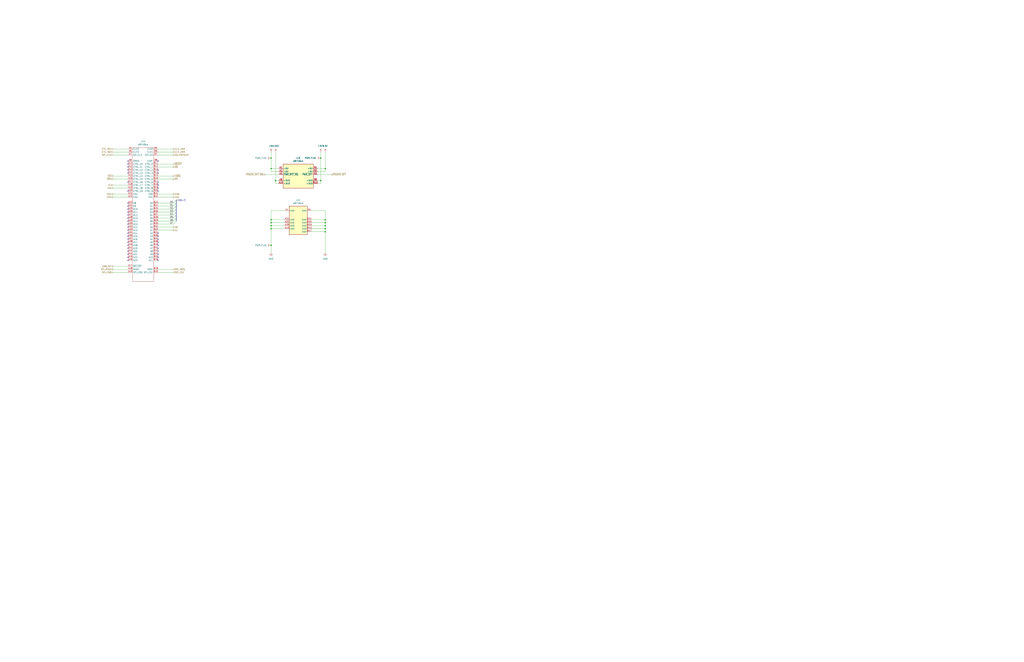
<source format=kicad_sch>
(kicad_sch (version 20250114) (generator "eeschema") (generator_version "9.0")
  (paper "D")
  (lib_symbols
    (symbol "pBITz:pBITzBus"
      (property "Reference" "J" (at -6.604 44.958 0))
      (property "Value" "pBITzBus" (at 5.588 45.212 0))
      (symbol "pBITzBus_1_0"
        (pin passive line (at -12.7 40.64 0) (length 3.81) (name "CLK2") (number "A5"))
        (pin passive line (at -12.7 38.1 0) (length 3.81) (name "CLK3") (number "A6"))
        (pin passive line (at -12.7 35.56 0) (length 3.81) (name "SPI_CLK") (number "A7"))
        (pin passive line (at -12.7 30.48 0) (length 3.81) (name "PROG") (number "A8"))
        (pin passive line (at -12.7 27.94 0) (length 3.81) (name "CTRL_10") (number "A11"))
        (pin passive line (at -12.7 25.4 0) (length 3.81) (name "CTRL_11") (number "A12"))
        (pin passive line (at -12.7 22.86 0) (length 3.81) (name "CTRL_12") (number "A13"))
        (pin passive line (at -12.7 20.32 0) (length 3.81) (name "CTRL_13") (number "A14"))
        (pin passive line (at -12.7 17.78 0) (length 3.81) (name "CTRL_14") (number "A15"))
        (pin passive line (at -12.7 15.24 0) (length 3.81) (name "CTRL_15") (number "A16"))
        (pin passive line (at -12.7 12.7 0) (length 3.81) (name "CTRL_16") (number "A17"))
        (pin passive line (at -12.7 10.16 0) (length 3.81) (name "CTRL_17") (number "A18"))
        (pin passive line (at -12.7 7.62 0) (length 3.81) (name "CTRL_18") (number "A19"))
        (pin passive line (at -12.7 5.08 0) (length 3.81) (name "CTRL_19") (number "A20"))
        (pin passive line (at -12.7 2.54 0) (length 3.81) (name "CS2") (number "A21"))
        (pin passive line (at -12.7 0 0) (length 3.81) (name "CS3") (number "A22"))
        (pin passive line (at -12.7 -5.08 0) (length 3.81) (name "D8") (number "A23"))
        (pin passive line (at -12.7 -7.62 0) (length 3.81) (name "D9") (number "A24"))
        (pin passive line (at -12.7 -10.16 0) (length 3.81) (name "D10") (number "A25"))
        (pin passive line (at -12.7 -12.7 0) (length 3.81) (name "D11") (number "A26"))
        (pin passive line (at -12.7 -15.24 0) (length 3.81) (name "D12") (number "A27"))
        (pin passive line (at -12.7 -17.78 0) (length 3.81) (name "D13") (number "A28"))
        (pin passive line (at -12.7 -20.32 0) (length 3.81) (name "D14") (number "A29"))
        (pin passive line (at -12.7 -22.86 0) (length 3.81) (name "D15") (number "A30"))
        (pin passive line (at -12.7 -25.4 0) (length 3.81) (name "A12") (number "A32"))
        (pin passive line (at -12.7 -27.94 0) (length 3.81) (name "A13") (number "A33"))
        (pin passive line (at -12.7 -30.48 0) (length 3.81) (name "A14") (number "A34"))
        (pin passive line (at -12.7 -33.02 0) (length 3.81) (name "A15") (number "A36"))
        (pin passive line (at -12.7 -35.56 0) (length 3.81) (name "A16") (number "A37"))
        (pin passive line (at -12.7 -38.1 0) (length 3.81) (name "A17") (number "A38"))
        (pin passive line (at -12.7 -40.64 0) (length 3.81) (name "A18") (number "A40"))
        (pin passive line (at -12.7 -43.18 0) (length 3.81) (name "A19") (number "A41"))
        (pin passive line (at -12.7 -45.72 0) (length 3.81) (name "A20") (number "A42"))
        (pin passive line (at -12.7 -48.26 0) (length 3.81) (name "A21") (number "A44"))
        (pin passive line (at -12.7 -50.8 0) (length 3.81) (name "A22") (number "A45"))
        (pin passive line (at -12.7 -53.34 0) (length 3.81) (name "A23") (number "A46"))
        (pin passive line (at -12.7 -58.42 0) (length 3.81) (name "~{SPI_INT}") (number "A47"))
        (pin passive line (at -12.7 -60.96 0) (length 3.81) (name "MISO") (number "A48"))
        (pin passive line (at -12.7 -63.5 0) (length 3.81) (name "SPI_CS0") (number "A49"))
        (pin passive line (at 12.7 40.64 180) (length 3.81) (name "CLK0") (number "B5"))
        (pin passive line (at 12.7 38.1 180) (length 3.81) (name "CLK1") (number "B6"))
        (pin passive line (at 12.7 35.56 180) (length 3.81) (name "SPI_CD") (number "B7"))
        (pin passive line (at 12.7 30.48 180) (length 3.81) (name "CART") (number "B8"))
        (pin passive line (at 12.7 27.94 180) (length 3.81) (name "CTRL_0") (number "B11"))
        (pin passive line (at 12.7 25.4 180) (length 3.81) (name "CTRL_1") (number "B12"))
        (pin passive line (at 12.7 22.86 180) (length 3.81) (name "CTRL_2") (number "B13"))
        (pin passive line (at 12.7 20.32 180) (length 3.81) (name "CTRL_3") (number "B14"))
        (pin passive line (at 12.7 17.78 180) (length 3.81) (name "CTRL_4") (number "B15"))
        (pin passive line (at 12.7 15.24 180) (length 3.81) (name "CTRL_5") (number "B16"))
        (pin passive line (at 12.7 12.7 180) (length 3.81) (name "CTRL_6") (number "B17"))
        (pin passive line (at 12.7 10.16 180) (length 3.81) (name "CTRL_7") (number "B18"))
        (pin passive line (at 12.7 7.62 180) (length 3.81) (name "CTRL_8") (number "B19"))
        (pin passive line (at 12.7 5.08 180) (length 3.81) (name "CTRL_9") (number "B20"))
        (pin passive line (at 12.7 2.54 180) (length 3.81) (name "CS0") (number "B21"))
        (pin passive line (at 12.7 0 180) (length 3.81) (name "CS1") (number "B22"))
        (pin passive line (at 12.7 -5.08 180) (length 3.81) (name "D0") (number "B23"))
        (pin passive line (at 12.7 -7.62 180) (length 3.81) (name "D1") (number "B24"))
        (pin passive line (at 12.7 -10.16 180) (length 3.81) (name "D2") (number "B25"))
        (pin passive line (at 12.7 -12.7 180) (length 3.81) (name "D3") (number "B26"))
        (pin passive line (at 12.7 -15.24 180) (length 3.81) (name "D4") (number "B27"))
        (pin passive line (at 12.7 -17.78 180) (length 3.81) (name "D5") (number "B28"))
        (pin passive line (at 12.7 -20.32 180) (length 3.81) (name "D6") (number "B29"))
        (pin passive line (at 12.7 -22.86 180) (length 3.81) (name "D7") (number "B30"))
        (pin passive line (at 12.7 -25.4 180) (length 3.81) (name "A0") (number "B32"))
        (pin passive line (at 12.7 -27.94 180) (length 3.81) (name "A1") (number "B33"))
        (pin passive line (at 12.7 -30.48 180) (length 3.81) (name "A2") (number "B34"))
        (pin passive line (at 12.7 -33.02 180) (length 3.81) (name "A3") (number "B36"))
        (pin passive line (at 12.7 -35.56 180) (length 3.81) (name "A4") (number "B37"))
        (pin passive line (at 12.7 -38.1 180) (length 3.81) (name "A5") (number "B38"))
        (pin passive line (at 12.7 -40.64 180) (length 3.81) (name "A6") (number "B40"))
        (pin passive line (at 12.7 -43.18 180) (length 3.81) (name "A7") (number "B41"))
        (pin passive line (at 12.7 -45.72 180) (length 3.81) (name "A8") (number "B42"))
        (pin passive line (at 12.7 -48.26 180) (length 3.81) (name "A9") (number "B44"))
        (pin passive line (at 12.7 -50.8 180) (length 3.81) (name "A10") (number "B45"))
        (pin passive line (at 12.7 -53.34 180) (length 3.81) (name "A11") (number "B46"))
        (pin passive line (at 12.7 -60.96 180) (length 3.81) (name "MOSI") (number "B48"))
        (pin passive line (at 12.7 -63.5 180) (length 3.81) (name "SPI_CS1") (number "B49"))
      )
      (symbol "pBITzBus_1_1"
        (rectangle (start -8.89 41.91) (end 8.89 -71.12))
      )
      (symbol "pBITzBus_2_0"
        (pin passive line (at -16.51 38.1 0) (length 3.81) (name "+5V") (number "A1"))
        (pin passive line (at -16.51 35.56 0) (length 3.81) (name "+5V") (number "A2"))
        (pin passive line (at -16.51 33.02 0) (length 3.81) (name "~{PWR_OFF_RQ}") (number "A3"))
        (pin passive line (at -16.51 27.94 0) (length 3.81) (name "+3V3") (number "A9"))
        (pin passive line (at -16.51 25.4 0) (length 3.81) (name "+3V3") (number "A10"))
        (pin passive line (at 16.51 38.1 180) (length 3.81) (name "+5V") (number "B1"))
        (pin passive line (at 16.51 35.56 180) (length 3.81) (name "+5V") (number "B2"))
        (pin passive line (at 16.51 33.02 180) (length 3.81) (name "~{PWR_OFF}") (number "B3"))
        (pin passive line (at 16.51 27.94 180) (length 3.81) (name "+3V3") (number "B9"))
        (pin passive line (at 16.51 25.4 180) (length 3.81) (name "+3V3") (number "B10"))
      )
      (symbol "pBITzBus_2_1"
        (rectangle (start -12.7 41.91) (end 12.7 21.59) (stroke (width 0.254)) (fill (type background)))
      )
      (symbol "pBITzBus_3_0"
        (pin passive line (at -11.43 39.37 0) (length 3.81) (name "GND") (number "A4"))
        (pin passive line (at -11.43 31.75 0) (length 3.81) (name "GND") (number "A31"))
        (pin passive line (at -11.43 29.21 0) (length 3.81) (name "GND") (number "A35"))
        (pin passive line (at -11.43 26.67 0) (length 3.81) (name "GND") (number "A39"))
        (pin passive line (at -11.43 24.13 0) (length 3.81) (name "GND") (number "A43"))
        (pin passive line (at 11.43 39.37 180) (length 3.81) (name "GND") (number "B4"))
        (pin passive line (at 11.43 31.75 180) (length 3.81) (name "GND") (number "B31"))
        (pin passive line (at 11.43 29.21 180) (length 3.81) (name "GND") (number "B35"))
        (pin passive line (at 11.43 26.67 180) (length 3.81) (name "GND") (number "B39"))
        (pin passive line (at 11.43 24.13 180) (length 3.81) (name "GND") (number "B43"))
        (pin passive line (at 11.43 21.59 180) (length 3.81) (name "GND") (number "B47"))
      )
      (symbol "pBITzBus_3_1"
        (rectangle (start -7.62 43.18) (end 7.62 19.05) (stroke (width 0.254)) (fill (type background)))
      )
    )
    (symbol "power:+3V3" (power) (pin_numbers (hide yes)) (pin_names (offset 0) (hide yes))
      (property "Value" "+3V3" (at 0 3.556 0))
      (symbol "+3V3_0_1"
        (polyline (pts (xy -0.762 1.27) (xy 0 2.54)))
        (polyline (pts (xy 0 2.54) (xy 0.762 1.27)))
        (polyline (pts (xy 0 0) (xy 0 2.54)))
      )
      (symbol "+3V3_1_1"
        (pin power_in line (at 0 0 90) (length 0) (name "~") (number "1"))
      )
    )
    (symbol "power:+5V" (power) (pin_numbers (hide yes)) (pin_names (offset 0) (hide yes))
      (property "Value" "+5V" (at 0 3.556 0))
      (symbol "+5V_0_1"
        (polyline (pts (xy -0.762 1.27) (xy 0 2.54)))
        (polyline (pts (xy 0 2.54) (xy 0.762 1.27)))
        (polyline (pts (xy 0 0) (xy 0 2.54)))
      )
      (symbol "+5V_1_1"
        (pin power_in line (at 0 0 90) (length 0) (name "~") (number "1"))
      )
    )
    (symbol "power:GND" (power) (pin_numbers (hide yes)) (pin_names (offset 0) (hide yes))
      (property "Value" "GND" (at 0 -3.81 0))
      (symbol "GND_0_1"
        (polyline (pts (xy 0 0) (xy 0 -1.27) (xy 1.27 -1.27) (xy 0 -2.54) (xy -1.27 -1.27) (xy 0 -1.27)))
      )
      (symbol "GND_1_1"
        (pin power_in line (at 0 0 270) (length 0) (name "~") (number "1"))
      )
    )
    (symbol "power:PWR_FLAG" (power) (pin_numbers (hide yes)) (pin_names (offset 0) (hide yes))
      (property "Value" "PWR_FLAG" (at 0 3.81 0))
      (symbol "PWR_FLAG_0_0"
        (pin power_out line (at 0 0 90) (length 0) (name "~") (number "1"))
      )
      (symbol "PWR_FLAG_0_1"
        (polyline (pts (xy 0 0) (xy 0 1.27) (xy -1.016 1.905) (xy 0 2.54) (xy 1.016 1.905) (xy 0 1.27)))
      )
    )
  )
  (junction (at 270.51 152.4))
  (junction (at 274.32 185.42))
  (junction (at 274.32 190.5))
  (junction (at 228.6 190.5))
  (junction (at 228.6 185.42))
  (junction (at 274.32 195.58))
  (junction (at 274.32 187.96))
  (junction (at 232.41 152.4))
  (junction (at 274.32 193.04))
  (junction (at 274.32 142.24))
  (junction (at 228.6 187.96))
  (junction (at 270.51 133.35))
  (junction (at 228.6 193.04))
  (junction (at 228.6 207.01))
  (junction (at 228.6 133.35))
  (junction (at 228.6 142.24))
  (no_connect (at 133.35 212.09))
  (no_connect (at 107.95 209.55))
  (no_connect (at 107.95 207.01))
  (no_connect (at 107.95 138.43))
  (no_connect (at 107.95 214.63))
  (no_connect (at 107.95 146.05))
  (no_connect (at 133.35 135.89))
  (no_connect (at 133.35 196.85))
  (no_connect (at 107.95 181.61))
  (no_connect (at 133.35 146.05))
  (no_connect (at 107.95 196.85))
  (no_connect (at 107.95 184.15))
  (no_connect (at 107.95 186.69))
  (no_connect (at 107.95 199.39))
  (no_connect (at 107.95 171.45))
  (no_connect (at 133.35 209.55))
  (no_connect (at 133.35 158.75))
  (no_connect (at 107.95 179.07))
  (no_connect (at 107.95 140.97))
  (no_connect (at 133.35 219.71))
  (no_connect (at 107.95 143.51))
  (no_connect (at 107.95 212.09))
  (no_connect (at 107.95 194.31))
  (no_connect (at 133.35 153.67))
  (no_connect (at 107.95 191.77))
  (no_connect (at 107.95 161.29))
  (no_connect (at 133.35 217.17))
  (no_connect (at 107.95 201.93))
  (no_connect (at 133.35 207.01))
  (no_connect (at 107.95 204.47))
  (no_connect (at 133.35 161.29))
  (no_connect (at 133.35 143.51))
  (no_connect (at 133.35 199.39))
  (no_connect (at 107.95 173.99))
  (no_connect (at 133.35 214.63))
  (no_connect (at 107.95 189.23))
  (no_connect (at 107.95 176.53))
  (no_connect (at 107.95 153.67))
  (no_connect (at 107.95 217.17))
  (no_connect (at 107.95 219.71))
  (no_connect (at 133.35 201.93))
  (no_connect (at 133.35 204.47))
  (no_connect (at 107.95 135.89))
  (no_connect (at 133.35 156.21))
  (bus_entry (at 146.05 176.53) (size 2.54 -2.54))
  (bus_entry (at 146.05 181.61) (size 2.54 -2.54))
  (bus_entry (at 146.05 171.45) (size 2.54 -2.54))
  (bus_entry (at 146.05 179.07) (size 2.54 -2.54))
  (bus_entry (at 146.05 189.23) (size 2.54 -2.54))
  (bus_entry (at 146.05 186.69) (size 2.54 -2.54))
  (bus_entry (at 146.05 184.15) (size 2.54 -2.54))
  (bus_entry (at 146.05 173.99) (size 2.54 -2.54))
  (wire (pts (xy 274.32 195.58) (xy 274.32 213.36)))
  (wire (pts (xy 234.95 144.78) (xy 228.6 144.78)))
  (wire (pts (xy 234.95 154.94) (xy 232.41 154.94)))
  (wire (pts (xy 133.35 189.23) (xy 146.05 189.23)))
  (wire (pts (xy 228.6 207.01) (xy 228.6 213.36)))
  (wire (pts (xy 95.25 227.33) (xy 107.95 227.33)))
  (wire (pts (xy 262.89 195.58) (xy 274.32 195.58)))
  (wire (pts (xy 133.35 148.59) (xy 146.05 148.59)))
  (wire (pts (xy 232.41 152.4) (xy 234.95 152.4)))
  (wire (pts (xy 107.95 128.27) (xy 95.25 128.27)))
  (wire (pts (xy 267.97 152.4) (xy 270.51 152.4)))
  (wire (pts (xy 270.51 128.27) (xy 270.51 133.35)))
  (wire (pts (xy 228.6 190.5) (xy 228.6 193.04)))
  (wire (pts (xy 133.35 184.15) (xy 146.05 184.15)))
  (wire (pts (xy 228.6 193.04) (xy 228.6 207.01)))
  (wire (pts (xy 133.35 227.33) (xy 146.05 227.33)))
  (wire (pts (xy 274.32 185.42) (xy 274.32 187.96)))
  (wire (pts (xy 274.32 128.27) (xy 274.32 142.24)))
  (bus (pts (xy 148.59 173.99) (xy 148.59 176.53)))
  (wire (pts (xy 228.6 185.42) (xy 240.03 185.42)))
  (wire (pts (xy 232.41 128.27) (xy 232.41 152.4)))
  (wire (pts (xy 267.97 144.78) (xy 274.32 144.78)))
  (wire (pts (xy 274.32 177.8) (xy 274.32 185.42)))
  (wire (pts (xy 133.35 176.53) (xy 146.05 176.53)))
  (wire (pts (xy 133.35 140.97) (xy 146.05 140.97)))
  (bus (pts (xy 148.59 184.15) (xy 148.59 186.69)))
  (wire (pts (xy 267.97 147.32) (xy 279.4 147.32)))
  (wire (pts (xy 133.35 130.81) (xy 146.05 130.81)))
  (wire (pts (xy 262.89 177.8) (xy 274.32 177.8)))
  (wire (pts (xy 228.6 185.42) (xy 228.6 187.96)))
  (wire (pts (xy 133.35 179.07) (xy 146.05 179.07)))
  (wire (pts (xy 133.35 128.27) (xy 146.05 128.27)))
  (wire (pts (xy 262.89 185.42) (xy 274.32 185.42)))
  (wire (pts (xy 267.97 154.94) (xy 270.51 154.94)))
  (wire (pts (xy 274.32 190.5) (xy 274.32 193.04)))
  (wire (pts (xy 274.32 187.96) (xy 274.32 190.5)))
  (wire (pts (xy 228.6 142.24) (xy 228.6 144.78)))
  (wire (pts (xy 228.6 190.5) (xy 240.03 190.5)))
  (wire (pts (xy 133.35 229.87) (xy 146.05 229.87)))
  (wire (pts (xy 133.35 173.99) (xy 146.05 173.99)))
  (wire (pts (xy 107.95 125.73) (xy 95.25 125.73)))
  (wire (pts (xy 274.32 142.24) (xy 267.97 142.24)))
  (wire (pts (xy 95.25 158.75) (xy 107.95 158.75)))
  (wire (pts (xy 228.6 187.96) (xy 240.03 187.96)))
  (wire (pts (xy 228.6 128.27) (xy 228.6 133.35)))
  (wire (pts (xy 133.35 163.83) (xy 146.05 163.83)))
  (wire (pts (xy 133.35 194.31) (xy 146.05 194.31)))
  (wire (pts (xy 228.6 177.8) (xy 228.6 185.42)))
  (wire (pts (xy 95.25 163.83) (xy 107.95 163.83)))
  (wire (pts (xy 270.51 152.4) (xy 270.51 154.94)))
  (wire (pts (xy 270.51 133.35) (xy 270.51 152.4)))
  (wire (pts (xy 133.35 181.61) (xy 146.05 181.61)))
  (wire (pts (xy 232.41 152.4) (xy 232.41 154.94)))
  (wire (pts (xy 133.35 125.73) (xy 146.05 125.73)))
  (wire (pts (xy 228.6 142.24) (xy 234.95 142.24)))
  (wire (pts (xy 262.89 193.04) (xy 274.32 193.04)))
  (wire (pts (xy 228.6 133.35) (xy 228.6 142.24)))
  (bus (pts (xy 148.59 168.91) (xy 148.59 171.45)))
  (wire (pts (xy 240.03 177.8) (xy 228.6 177.8)))
  (wire (pts (xy 95.25 166.37) (xy 107.95 166.37)))
  (wire (pts (xy 228.6 187.96) (xy 228.6 190.5)))
  (bus (pts (xy 148.59 181.61) (xy 148.59 184.15)))
  (wire (pts (xy 274.32 193.04) (xy 274.32 195.58)))
  (bus (pts (xy 148.59 176.53) (xy 148.59 179.07)))
  (wire (pts (xy 133.35 138.43) (xy 146.05 138.43)))
  (wire (pts (xy 133.35 191.77) (xy 146.05 191.77)))
  (wire (pts (xy 95.25 229.87) (xy 107.95 229.87)))
  (wire (pts (xy 262.89 187.96) (xy 274.32 187.96)))
  (wire (pts (xy 262.89 190.5) (xy 274.32 190.5)))
  (wire (pts (xy 133.35 166.37) (xy 146.05 166.37)))
  (wire (pts (xy 95.25 156.21) (xy 107.95 156.21)))
  (wire (pts (xy 95.25 148.59) (xy 107.95 148.59)))
  (wire (pts (xy 95.25 151.13) (xy 107.95 151.13)))
  (wire (pts (xy 95.25 130.81) (xy 107.95 130.81)))
  (bus (pts (xy 148.59 179.07) (xy 148.59 181.61)))
  (wire (pts (xy 228.6 193.04) (xy 240.03 193.04)))
  (wire (pts (xy 223.52 147.32) (xy 234.95 147.32)))
  (wire (pts (xy 133.35 171.45) (xy 146.05 171.45)))
  (wire (pts (xy 274.32 142.24) (xy 274.32 144.78)))
  (wire (pts (xy 133.35 151.13) (xy 146.05 151.13)))
  (bus (pts (xy 148.59 171.45) (xy 148.59 173.99)))
  (wire (pts (xy 95.25 224.79) (xy 107.95 224.79)))
  (wire (pts (xy 133.35 186.69) (xy 146.05 186.69)))
  (label "D0" (at 146.05 171.45 180))
  (label "D6" (at 146.05 186.69 180))
  (label "D1" (at 146.05 173.99 180))
  (label "D7" (at 146.05 189.23 180))
  (label "D4" (at 146.05 181.61 180))
  (label "D3" (at 146.05 179.07 180))
  (label "D5" (at 146.05 184.15 180))
  (label "D2" (at 146.05 176.53 180))
  (hierarchical_label "IEO" (shape output) (at 95.25 158.75 180))
  (hierarchical_label "~{POWER_OFF_RQ}" (shape output) (at 223.52 147.32 180))
  (hierarchical_label "~{IORQ}" (shape output) (at 146.05 148.59 0))
  (hierarchical_label "CS3" (shape output) (at 95.25 166.37 180))
  (hierarchical_label "CS2" (shape output) (at 95.25 163.83 180))
  (hierarchical_label "SPI_CS1" (shape input) (at 146.05 229.87 0))
  (hierarchical_label "SPI_CS0" (shape input) (at 95.25 229.87 180))
  (hierarchical_label "CS0" (shape output) (at 146.05 163.83 0))
  (hierarchical_label "SD_PRESENT" (shape output) (at 146.05 130.81 0))
  (hierarchical_label "~{RESET}" (shape input) (at 146.05 138.43 0))
  (hierarchical_label "USB_INT" (shape output) (at 95.25 224.79 180))
  (hierarchical_label "CTC_T02" (shape input) (at 95.25 128.27 180))
  (hierarchical_label "SPI_CLK" (shape input) (at 95.25 130.81 180))
  (hierarchical_label "~{RD}" (shape output) (at 146.05 140.97 0))
  (hierarchical_label "A1" (shape output) (at 146.05 194.31 0))
  (hierarchical_label "SPI_MISO" (shape output) (at 95.25 227.33 180))
  (hierarchical_label "IEI" (shape input) (at 95.25 156.21 180))
  (hierarchical_label "~{M1}" (shape output) (at 146.05 151.13 0))
  (hierarchical_label "CTC_T01" (shape input) (at 95.25 125.73 180))
  (hierarchical_label "CLK_10M" (shape output) (at 146.05 125.73 0))
  (hierarchical_label "D[0..7]" (shape bidirectional) (at 148.59 168.91 0))
  (hierarchical_label "~{INT}" (shape passive) (at 95.25 148.59 180))
  (hierarchical_label "A0" (shape output) (at 146.05 191.77 0))
  (hierarchical_label "CS1" (shape output) (at 146.05 166.37 0))
  (hierarchical_label "~{NMI}" (shape passive) (at 95.25 151.13 180))
  (hierarchical_label "~{POWER_OFF}" (shape input) (at 279.4 147.32 0))
  (hierarchical_label "SPI_MOSI" (shape input) (at 146.05 227.33 0))
  (hierarchical_label "CLK_20M" (shape output) (at 146.05 128.27 0))
  (symbol (lib_id "power:PWR_FLAG") (at 228.6 207.01 90) (unit 1)
    (property "Reference" "#FLG03" (effects (hide yes)))
    (property "Value" "PWR_FLAG" (at 224.79 207.0099 90) (effects (justify left)))
    (property "Description" "Special symbol for telling ERC where power comes from" (effects (hide yes)))
  )
  (symbol (lib_id "power:+5V") (at 228.6 128.27 0) (unit 1)
    (property "Reference" "#PWR016" (effects (hide yes)))
    (property "Value" "+5V" (at 228.6 123.19 0))
    (property "Description" "Power symbol creates a global label with name \"+5V\"" (effects (hide yes)))
  )
  (symbol (lib_id "power:GND") (at 274.32 213.36 0) (unit 1)
    (property "Reference" "#PWR021" (effects (hide yes)))
    (property "Value" "GND" (at 274.32 218.44 0))
    (property "Description" "Power symbol creates a global label with name \"GND\" , ground" (effects (hide yes)))
  )
  (symbol (lib_id "pBITz:pBITzBus") (at 251.46 180.34 0) (unit 2)
    (property "Reference" "J1" (at 251.46 133.35 0))
    (property "Value" "pBITzBus" (at 251.46 135.89 0))
    (property "Footprint" "Connector_PCBEdge:BUS_PCIexpress_x8" (effects (hide yes)))
    (property "Datasheet" "http://www.ritrontek.com/uploadfile/2016/1026/20161026105231124.pdf#page=63" (effects (hide yes)))
    (property "Description" "pBITz backplane Connector" (effects (hide yes)))
  )
  (symbol (lib_id "power:GND") (at 228.6 213.36 0) (unit 1)
    (property "Reference" "#PWR020" (effects (hide yes)))
    (property "Value" "GND" (at 228.6 218.44 0))
    (property "Description" "Power symbol creates a global label with name \"GND\" , ground" (effects (hide yes)))
  )
  (symbol (lib_id "power:+3V3") (at 270.51 128.27 0) (unit 1)
    (property "Reference" "#PWR018" (effects (hide yes)))
    (property "Value" "+3V3" (at 270.51 123.19 0))
    (property "Description" "Power symbol creates a global label with name \"+3V3\"" (effects (hide yes)))
  )
  (symbol (lib_id "power:+3V3") (at 232.41 128.27 0) (unit 1)
    (property "Reference" "#PWR017" (effects (hide yes)))
    (property "Value" "+3V3" (at 232.41 123.19 0))
    (property "Description" "Power symbol creates a global label with name \"+3V3\"" (effects (hide yes)))
  )
  (symbol (lib_id "pBITz:pBITzBus") (at 251.46 217.17 0) (unit 3)
    (property "Reference" "J1" (at 251.46 168.91 0))
    (property "Value" "pBITzBus" (at 251.46 171.45 0))
    (property "Footprint" "Connector_PCBEdge:BUS_PCIexpress_x8" (effects (hide yes)))
    (property "Datasheet" "http://www.ritrontek.com/uploadfile/2016/1026/20161026105231124.pdf#page=63" (effects (hide yes)))
    (property "Description" "pBITz backplane Connector" (effects (hide yes)))
  )
  (symbol (lib_id "pBITz:pBITzBus") (at 120.65 166.37 0) (unit 1)
    (property "Reference" "J1" (at 120.65 119.38 0))
    (property "Value" "pBITzBus" (at 120.65 121.92 0))
    (property "Footprint" "Connector_PCBEdge:BUS_PCIexpress_x8" (effects (hide yes)))
    (property "Datasheet" "http://www.ritrontek.com/uploadfile/2016/1026/20161026105231124.pdf#page=63" (effects (hide yes)))
    (property "Description" "pBITz backplane Connector" (effects (hide yes)))
  )
  (symbol (lib_id "power:+5V") (at 274.32 128.27 0) (unit 1)
    (property "Reference" "#PWR019" (effects (hide yes)))
    (property "Value" "+5V" (at 274.32 123.19 0))
    (property "Description" "Power symbol creates a global label with name \"+5V\"" (effects (hide yes)))
  )
  (symbol (lib_id "power:PWR_FLAG") (at 270.51 133.35 90) (unit 1)
    (property "Reference" "#FLG02" (effects (hide yes)))
    (property "Value" "PWR_FLAG" (at 266.7 133.3499 90) (effects (justify left)))
    (property "Description" "Special symbol for telling ERC where power comes from" (effects (hide yes)))
  )
  (symbol (lib_id "power:PWR_FLAG") (at 228.6 133.35 90) (unit 1)
    (property "Reference" "#FLG01" (effects (hide yes)))
    (property "Value" "PWR_FLAG" (at 224.79 133.3499 90) (effects (justify left)))
    (property "Description" "Special symbol for telling ERC where power comes from" (effects (hide yes)))
  )
)
</source>
